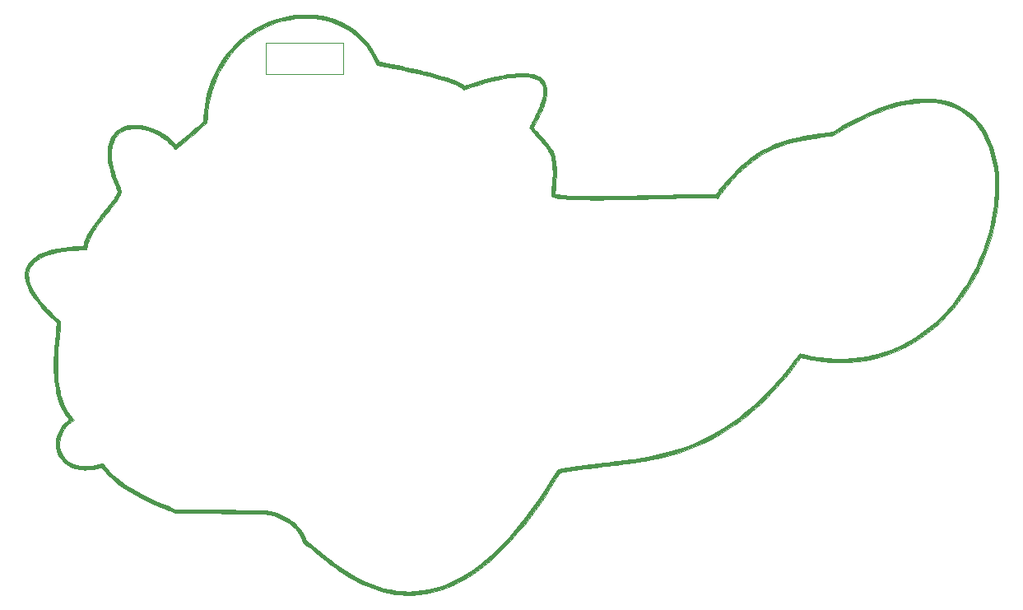
<source format=gbr>
G04 #@! TF.FileFunction,Profile,NP*
%FSLAX46Y46*%
G04 Gerber Fmt 4.6, Leading zero omitted, Abs format (unit mm)*
G04 Created by KiCad (PCBNEW (2015-04-17 BZR 5609)-product) date Sunday, 21 June 2015 08:11:59 pm*
%MOMM*%
G01*
G04 APERTURE LIST*
%ADD10C,0.100000*%
G04 APERTURE END LIST*
D10*
X140360400Y-78790800D02*
X132435600Y-78790800D01*
X140360400Y-81991200D02*
X140360400Y-78790800D01*
X132435600Y-81991200D02*
X140360400Y-81991200D01*
X132435600Y-78790800D02*
X132435600Y-81991200D01*
G36*
X207797553Y-93763204D02*
X207771070Y-94537362D01*
X207707832Y-95324685D01*
X207607824Y-96122714D01*
X207471030Y-96928992D01*
X207440671Y-97071008D01*
X207440671Y-93323713D01*
X207435065Y-92978346D01*
X207422174Y-92664615D01*
X207404359Y-92419619D01*
X207316439Y-91668503D01*
X207194633Y-90955227D01*
X207038896Y-90279675D01*
X206849182Y-89641731D01*
X206625444Y-89041278D01*
X206367636Y-88478200D01*
X206075712Y-87952381D01*
X205749626Y-87463704D01*
X205389332Y-87012053D01*
X205163369Y-86765667D01*
X204757618Y-86380858D01*
X204325086Y-86039099D01*
X203866166Y-85740457D01*
X203381253Y-85485003D01*
X202870740Y-85272805D01*
X202335022Y-85103933D01*
X201774494Y-84978456D01*
X201189548Y-84896443D01*
X200580580Y-84857962D01*
X199947983Y-84863084D01*
X199292152Y-84911876D01*
X198613480Y-85004409D01*
X197912362Y-85140751D01*
X197189192Y-85320971D01*
X197086636Y-85349587D01*
X196355777Y-85575186D01*
X195602502Y-85845050D01*
X194828239Y-86158531D01*
X194034416Y-86514979D01*
X193222461Y-86913747D01*
X192393802Y-87354185D01*
X191549868Y-87835644D01*
X191343731Y-87958111D01*
X190860535Y-88247380D01*
X190517405Y-88300853D01*
X190403055Y-88318312D01*
X190248270Y-88341413D01*
X190062969Y-88368703D01*
X189857071Y-88398731D01*
X189640496Y-88430046D01*
X189423162Y-88461196D01*
X189373373Y-88468289D01*
X188789569Y-88554491D01*
X188251780Y-88640809D01*
X187755182Y-88728532D01*
X187294952Y-88818953D01*
X186866269Y-88913361D01*
X186464308Y-89013047D01*
X186084248Y-89119303D01*
X185721265Y-89233419D01*
X185370537Y-89356686D01*
X185027240Y-89490394D01*
X184686552Y-89635834D01*
X184343650Y-89794297D01*
X184250150Y-89839439D01*
X183669213Y-90143405D01*
X183107980Y-90480678D01*
X182561758Y-90854691D01*
X182025853Y-91268875D01*
X181495572Y-91726663D01*
X180966220Y-92231487D01*
X180932132Y-92265609D01*
X180336055Y-92895192D01*
X179767541Y-93558359D01*
X179236557Y-94243312D01*
X179088789Y-94447464D01*
X178885385Y-94733082D01*
X178631131Y-94714138D01*
X178534589Y-94709258D01*
X178392428Y-94705331D01*
X178209870Y-94702335D01*
X177992138Y-94700246D01*
X177744454Y-94699042D01*
X177472040Y-94698701D01*
X177180120Y-94699200D01*
X176873914Y-94700517D01*
X176558647Y-94702629D01*
X176239540Y-94705513D01*
X175921815Y-94709148D01*
X175610695Y-94713510D01*
X175311403Y-94718577D01*
X175029161Y-94724327D01*
X174769190Y-94730736D01*
X174766466Y-94730811D01*
X174486038Y-94738431D01*
X174174199Y-94746841D01*
X173845587Y-94755649D01*
X173514836Y-94764466D01*
X173196581Y-94772900D01*
X172905457Y-94780562D01*
X172745145Y-94784749D01*
X172472186Y-94791873D01*
X172167714Y-94799859D01*
X171846962Y-94808302D01*
X171525161Y-94816802D01*
X171217543Y-94824957D01*
X170939340Y-94832364D01*
X170838238Y-94835067D01*
X169924653Y-94857905D01*
X169061330Y-94876139D01*
X168247890Y-94889760D01*
X167483954Y-94898758D01*
X166769140Y-94903124D01*
X166103068Y-94902849D01*
X165485360Y-94897922D01*
X164915634Y-94888334D01*
X164393511Y-94874076D01*
X163918611Y-94855137D01*
X163490554Y-94831510D01*
X163108959Y-94803183D01*
X162773447Y-94770147D01*
X162483638Y-94732394D01*
X162239151Y-94689912D01*
X162039607Y-94642693D01*
X161939339Y-94611401D01*
X161799499Y-94562440D01*
X161802378Y-94399989D01*
X161805543Y-94321706D01*
X161812556Y-94204437D01*
X161822611Y-94059832D01*
X161834905Y-93899544D01*
X161846963Y-93754454D01*
X161887110Y-93248031D01*
X161915751Y-92787559D01*
X161932612Y-92369392D01*
X161937418Y-91989885D01*
X161929896Y-91645395D01*
X161909772Y-91332275D01*
X161876772Y-91046882D01*
X161830622Y-90785570D01*
X161771048Y-90544695D01*
X161697776Y-90320613D01*
X161610533Y-90109678D01*
X161566062Y-90016916D01*
X161502802Y-89895873D01*
X161434893Y-89778138D01*
X161358662Y-89658947D01*
X161270434Y-89533536D01*
X161166533Y-89397141D01*
X161043287Y-89244998D01*
X160897019Y-89072344D01*
X160724057Y-88874415D01*
X160520724Y-88646446D01*
X160438851Y-88555517D01*
X160216472Y-88308564D01*
X160027397Y-88097551D01*
X159870405Y-87921080D01*
X159744278Y-87777754D01*
X159647796Y-87666176D01*
X159579740Y-87584949D01*
X159538890Y-87532675D01*
X159524028Y-87507958D01*
X159523924Y-87507019D01*
X159535075Y-87480279D01*
X159566755Y-87413648D01*
X159616301Y-87312490D01*
X159681051Y-87182171D01*
X159758343Y-87028055D01*
X159845516Y-86855505D01*
X159918247Y-86712376D01*
X160076679Y-86399143D01*
X160213035Y-86124351D01*
X160330011Y-85882034D01*
X160430305Y-85666225D01*
X160516612Y-85470956D01*
X160591628Y-85290260D01*
X160658051Y-85118171D01*
X160718576Y-84948720D01*
X160729106Y-84917879D01*
X160843865Y-84540866D01*
X160920892Y-84196738D01*
X160960114Y-83884212D01*
X160961458Y-83602003D01*
X160924850Y-83348826D01*
X160850216Y-83123396D01*
X160737484Y-82924429D01*
X160606331Y-82769834D01*
X160431292Y-82622597D01*
X160227062Y-82501129D01*
X159990645Y-82404581D01*
X159719047Y-82332103D01*
X159409271Y-82282845D01*
X159058323Y-82255957D01*
X158773874Y-82249967D01*
X158343943Y-82261839D01*
X157882283Y-82298606D01*
X157387584Y-82360543D01*
X156858536Y-82447924D01*
X156293827Y-82561022D01*
X155692148Y-82700113D01*
X155052188Y-82865470D01*
X154372637Y-83057367D01*
X153652185Y-83276079D01*
X153234472Y-83409048D01*
X152729305Y-83572348D01*
X152602936Y-83443969D01*
X152486903Y-83347571D01*
X152322766Y-83244421D01*
X152112689Y-83135450D01*
X151858835Y-83021591D01*
X151563367Y-82903777D01*
X151228450Y-82782939D01*
X150856245Y-82660010D01*
X150599600Y-82580709D01*
X150175916Y-82457452D01*
X149706622Y-82329073D01*
X149196575Y-82196679D01*
X148650633Y-82061372D01*
X148073654Y-81924257D01*
X147470495Y-81786438D01*
X146846015Y-81649020D01*
X146205072Y-81513107D01*
X145552522Y-81379802D01*
X144893225Y-81250211D01*
X144232037Y-81125437D01*
X144052553Y-81092485D01*
X143823724Y-81050730D01*
X143725132Y-80817407D01*
X143584892Y-80512371D01*
X143415202Y-80187447D01*
X143224467Y-79856698D01*
X143021095Y-79534185D01*
X142813492Y-79233973D01*
X142650902Y-79020420D01*
X142572376Y-78926636D01*
X142468547Y-78808828D01*
X142350148Y-78678850D01*
X142227909Y-78548557D01*
X142159216Y-78477245D01*
X141714306Y-78056205D01*
X141241450Y-77677639D01*
X140740640Y-77341541D01*
X140211868Y-77047909D01*
X139655127Y-76796738D01*
X139070408Y-76588025D01*
X138457703Y-76421766D01*
X137817006Y-76297957D01*
X137530029Y-76257407D01*
X137334132Y-76238248D01*
X137099670Y-76224331D01*
X136838658Y-76215647D01*
X136563110Y-76212189D01*
X136285040Y-76213950D01*
X136016462Y-76220923D01*
X135769391Y-76233100D01*
X135555842Y-76250473D01*
X135484184Y-76258663D01*
X134805771Y-76364108D01*
X134157471Y-76506104D01*
X133531847Y-76686910D01*
X132921464Y-76908786D01*
X132318888Y-77173989D01*
X132075289Y-77294280D01*
X131492729Y-77615024D01*
X130938833Y-77970314D01*
X130408813Y-78363783D01*
X129897882Y-78799064D01*
X129401253Y-79279791D01*
X129248207Y-79439939D01*
X128789662Y-79965262D01*
X128367475Y-80524697D01*
X127982672Y-81115788D01*
X127636280Y-81736077D01*
X127329323Y-82383106D01*
X127062826Y-83054418D01*
X126837817Y-83747555D01*
X126655319Y-84460061D01*
X126516360Y-85189478D01*
X126421964Y-85933347D01*
X126393810Y-86279379D01*
X126383400Y-86432097D01*
X126373033Y-86579999D01*
X126363661Y-86709791D01*
X126356236Y-86808176D01*
X126353763Y-86838904D01*
X126341022Y-86991622D01*
X126145336Y-87166741D01*
X125945319Y-87344614D01*
X125731401Y-87532812D01*
X125506867Y-87728583D01*
X125275004Y-87929178D01*
X125039097Y-88131845D01*
X124802432Y-88333835D01*
X124568294Y-88532396D01*
X124339969Y-88724779D01*
X124120742Y-88908233D01*
X123913900Y-89080007D01*
X123722728Y-89237351D01*
X123550511Y-89377514D01*
X123400535Y-89497747D01*
X123276086Y-89595297D01*
X123180450Y-89667415D01*
X123116911Y-89711351D01*
X123089897Y-89724524D01*
X123063205Y-89705420D01*
X123027039Y-89659394D01*
X123026517Y-89658600D01*
X122984089Y-89604308D01*
X122911857Y-89522899D01*
X122817253Y-89421886D01*
X122707708Y-89308783D01*
X122590654Y-89191103D01*
X122473522Y-89076361D01*
X122363745Y-88972069D01*
X122268754Y-88885741D01*
X122224825Y-88848076D01*
X121858124Y-88567535D01*
X121473771Y-88318784D01*
X121076294Y-88103133D01*
X120670224Y-87921891D01*
X120260088Y-87776369D01*
X119850418Y-87667878D01*
X119445741Y-87597728D01*
X119050587Y-87567229D01*
X118669486Y-87577692D01*
X118306966Y-87630427D01*
X118148957Y-87668891D01*
X117827869Y-87782259D01*
X117538339Y-87935122D01*
X117281764Y-88126031D01*
X117059541Y-88353537D01*
X116873069Y-88616194D01*
X116723745Y-88912553D01*
X116612967Y-89241166D01*
X116606303Y-89266866D01*
X116557713Y-89488604D01*
X116526095Y-89710828D01*
X116510186Y-89947838D01*
X116508723Y-90213935D01*
X116512004Y-90334734D01*
X116541083Y-90747878D01*
X116600468Y-91172679D01*
X116691224Y-91613167D01*
X116814414Y-92073373D01*
X116971103Y-92557327D01*
X117162355Y-93069059D01*
X117359356Y-93543859D01*
X117427579Y-93705283D01*
X117475355Y-93830986D01*
X117504236Y-93931093D01*
X117515773Y-94015729D01*
X117511520Y-94095020D01*
X117493029Y-94179089D01*
X117468756Y-94257408D01*
X117428068Y-94365751D01*
X117373806Y-94484017D01*
X117304012Y-94615054D01*
X117216725Y-94761710D01*
X117109986Y-94926834D01*
X116981837Y-95113273D01*
X116830317Y-95323877D01*
X116653467Y-95561493D01*
X116449328Y-95828970D01*
X116215940Y-96129157D01*
X115951344Y-96464901D01*
X115942702Y-96475806D01*
X115687388Y-96799567D01*
X115462136Y-97088983D01*
X115263956Y-97348352D01*
X115089856Y-97581974D01*
X114936847Y-97794148D01*
X114801938Y-97989171D01*
X114682139Y-98171344D01*
X114574459Y-98344964D01*
X114475907Y-98514331D01*
X114383494Y-98683743D01*
X114316061Y-98814114D01*
X114200612Y-99055170D01*
X114114106Y-99267956D01*
X114053044Y-99463365D01*
X114013932Y-99652287D01*
X113995612Y-99812240D01*
X113980041Y-100014158D01*
X113468649Y-100031630D01*
X112795240Y-100066126D01*
X112160810Y-100122137D01*
X111566353Y-100199433D01*
X111012863Y-100297782D01*
X110501335Y-100416955D01*
X110032764Y-100556722D01*
X109608143Y-100716852D01*
X109228467Y-100897115D01*
X108909331Y-101087457D01*
X108699068Y-101245555D01*
X108505955Y-101424584D01*
X108339306Y-101614557D01*
X108208434Y-101805485D01*
X108165645Y-101885049D01*
X108079640Y-102080665D01*
X108024351Y-102260482D01*
X107994947Y-102445064D01*
X107986587Y-102647054D01*
X108006477Y-102946036D01*
X108066822Y-103254198D01*
X108168635Y-103574229D01*
X108312927Y-103908818D01*
X108500712Y-104260652D01*
X108733001Y-104632419D01*
X108735745Y-104636536D01*
X108903759Y-104880632D01*
X109079958Y-105120422D01*
X109267968Y-105359902D01*
X109471417Y-105603071D01*
X109693933Y-105853926D01*
X109939142Y-106116464D01*
X110210671Y-106394683D01*
X110512148Y-106692579D01*
X110847201Y-107014151D01*
X111159346Y-107307450D01*
X111297083Y-107435822D01*
X111219129Y-108146489D01*
X111141440Y-108895256D01*
X111077912Y-109597972D01*
X111028564Y-110257431D01*
X110993417Y-110876429D01*
X110972491Y-111457760D01*
X110965806Y-112004219D01*
X110973383Y-112518600D01*
X110995242Y-113003698D01*
X111031403Y-113462308D01*
X111081887Y-113897224D01*
X111146714Y-114311241D01*
X111225904Y-114707154D01*
X111268170Y-114888096D01*
X111407512Y-115386335D01*
X111573486Y-115845812D01*
X111769355Y-116272928D01*
X111998378Y-116674081D01*
X112263820Y-117055673D01*
X112549632Y-117402453D01*
X112664581Y-117531933D01*
X112460769Y-117689916D01*
X112144888Y-117962829D01*
X111869290Y-118259703D01*
X111636186Y-118577422D01*
X111447789Y-118912868D01*
X111306313Y-119262923D01*
X111276933Y-119357857D01*
X111231213Y-119563838D01*
X111202379Y-119797310D01*
X111191702Y-120037587D01*
X111200454Y-120263983D01*
X111214274Y-120376730D01*
X111291256Y-120702618D01*
X111412035Y-121004624D01*
X111574549Y-121280833D01*
X111776737Y-121529331D01*
X112016537Y-121748207D01*
X112291886Y-121935545D01*
X112600721Y-122089434D01*
X112940982Y-122207959D01*
X113267703Y-122282002D01*
X113419085Y-122300979D01*
X113606583Y-122313063D01*
X113815929Y-122318246D01*
X114032856Y-122316517D01*
X114243096Y-122307868D01*
X114432382Y-122292289D01*
X114508393Y-122282806D01*
X114656453Y-122260848D01*
X114782417Y-122239488D01*
X114900473Y-122215605D01*
X115024808Y-122186075D01*
X115169609Y-122147777D01*
X115345655Y-122098555D01*
X115497001Y-122057883D01*
X115604773Y-122033986D01*
X115667458Y-122027157D01*
X115683912Y-122033216D01*
X115701186Y-122064931D01*
X115740539Y-122128659D01*
X115795602Y-122214271D01*
X115842807Y-122285892D01*
X116063528Y-122583535D01*
X116333126Y-122887424D01*
X116650159Y-123196494D01*
X117013182Y-123509677D01*
X117420751Y-123825905D01*
X117871422Y-124144113D01*
X118363751Y-124463233D01*
X118896295Y-124782197D01*
X119467609Y-125099940D01*
X120076249Y-125415393D01*
X120081402Y-125417974D01*
X120474041Y-125609708D01*
X120899517Y-125808834D01*
X121343058Y-126008829D01*
X121789892Y-126203169D01*
X122225246Y-126385333D01*
X122634348Y-126548797D01*
X122699544Y-126573996D01*
X123133935Y-126740996D01*
X123957008Y-126756042D01*
X124087439Y-126758237D01*
X124264645Y-126760923D01*
X124484552Y-126764049D01*
X124743088Y-126767565D01*
X125036178Y-126771418D01*
X125359749Y-126775559D01*
X125709728Y-126779936D01*
X126082042Y-126784499D01*
X126472618Y-126789195D01*
X126877381Y-126793974D01*
X127292259Y-126798786D01*
X127713179Y-126803578D01*
X128072673Y-126807599D01*
X128622737Y-126813711D01*
X129124398Y-126819338D01*
X129580099Y-126824547D01*
X129992285Y-126829407D01*
X130363400Y-126833986D01*
X130695889Y-126838350D01*
X130992195Y-126842567D01*
X131254763Y-126846705D01*
X131486036Y-126850833D01*
X131688460Y-126855016D01*
X131864479Y-126859324D01*
X132016536Y-126863823D01*
X132147076Y-126868581D01*
X132258544Y-126873667D01*
X132353383Y-126879147D01*
X132434037Y-126885090D01*
X132502951Y-126891563D01*
X132562570Y-126898633D01*
X132615336Y-126906368D01*
X132663696Y-126914837D01*
X132710092Y-126924106D01*
X132756969Y-126934244D01*
X132772538Y-126937697D01*
X133269169Y-127067012D01*
X133745095Y-127228530D01*
X134196171Y-127419985D01*
X134618255Y-127639113D01*
X135007204Y-127883648D01*
X135358876Y-128151326D01*
X135669126Y-128439880D01*
X135816762Y-128602156D01*
X136010899Y-128847843D01*
X136185662Y-129105811D01*
X136335142Y-129365845D01*
X136453426Y-129617730D01*
X136529904Y-129834499D01*
X136562541Y-129931697D01*
X136597625Y-129993142D01*
X136643992Y-130033530D01*
X136652776Y-130038861D01*
X136707570Y-130072736D01*
X136772663Y-130116877D01*
X136851293Y-130173842D01*
X136946699Y-130246189D01*
X137062119Y-130336475D01*
X137200792Y-130447257D01*
X137365955Y-130581093D01*
X137560846Y-130740541D01*
X137788705Y-130928157D01*
X138001301Y-131103890D01*
X138287741Y-131340150D01*
X138541980Y-131547945D01*
X138770215Y-131732152D01*
X138978639Y-131897646D01*
X139173449Y-132049304D01*
X139360840Y-132192001D01*
X139547006Y-132330614D01*
X139723992Y-132459786D01*
X140430660Y-132949508D01*
X141129223Y-133389820D01*
X141821028Y-133781276D01*
X142507423Y-134124430D01*
X143189756Y-134419836D01*
X143869373Y-134668048D01*
X144547622Y-134869622D01*
X145225850Y-135025111D01*
X145905405Y-135135069D01*
X146340841Y-135181736D01*
X146522714Y-135193521D01*
X146740884Y-135201508D01*
X146980937Y-135205676D01*
X147228460Y-135206006D01*
X147469039Y-135202478D01*
X147688261Y-135195074D01*
X147871338Y-135183803D01*
X148541339Y-135107566D01*
X149203302Y-134989429D01*
X149858865Y-134828617D01*
X150509666Y-134624359D01*
X151157343Y-134375882D01*
X151803534Y-134082411D01*
X152449877Y-133743175D01*
X153098011Y-133357400D01*
X153749574Y-132924314D01*
X154406204Y-132443142D01*
X155069540Y-131913113D01*
X155405005Y-131628870D01*
X155535877Y-131512449D01*
X155695560Y-131364755D01*
X155878147Y-131191673D01*
X156077730Y-130999084D01*
X156288402Y-130792871D01*
X156504256Y-130578917D01*
X156719385Y-130363104D01*
X156927882Y-130151315D01*
X157123839Y-129949433D01*
X157301349Y-129763340D01*
X157454506Y-129598919D01*
X157552916Y-129489889D01*
X158283233Y-128636934D01*
X159007323Y-127735083D01*
X159723955Y-126786046D01*
X160431903Y-125791529D01*
X161129939Y-124753244D01*
X161816834Y-123672897D01*
X162271944Y-122923476D01*
X162337184Y-122818067D01*
X162396467Y-122729572D01*
X162443526Y-122666865D01*
X162472095Y-122638822D01*
X162473252Y-122638382D01*
X162523493Y-122626641D01*
X162616325Y-122608173D01*
X162744131Y-122584298D01*
X162899293Y-122556337D01*
X163074192Y-122525609D01*
X163261211Y-122493433D01*
X163452730Y-122461130D01*
X163641132Y-122430018D01*
X163818799Y-122401418D01*
X163978112Y-122376649D01*
X164024224Y-122369711D01*
X164206301Y-122342716D01*
X164375502Y-122317985D01*
X164536907Y-122294874D01*
X164695595Y-122272740D01*
X164856645Y-122250941D01*
X165025137Y-122228834D01*
X165206151Y-122205776D01*
X165404766Y-122181125D01*
X165626060Y-122154237D01*
X165875115Y-122124471D01*
X166157009Y-122091182D01*
X166476821Y-122053729D01*
X166839632Y-122011469D01*
X167031179Y-121989214D01*
X167546337Y-121929127D01*
X168015064Y-121873829D01*
X168441500Y-121822746D01*
X168829781Y-121775303D01*
X169184045Y-121730927D01*
X169508431Y-121689043D01*
X169807074Y-121649077D01*
X170084114Y-121610454D01*
X170343687Y-121572600D01*
X170589931Y-121534941D01*
X170826985Y-121496902D01*
X171058984Y-121457910D01*
X171290068Y-121417390D01*
X171524373Y-121374767D01*
X171715415Y-121339053D01*
X172733521Y-121128419D01*
X173712570Y-120888011D01*
X174655655Y-120616508D01*
X175565864Y-120312588D01*
X176446286Y-119974931D01*
X177300013Y-119602217D01*
X178130133Y-119193125D01*
X178939737Y-118746333D01*
X179731913Y-118260521D01*
X180509752Y-117734369D01*
X181021121Y-117361101D01*
X181806298Y-116743798D01*
X182583589Y-116078309D01*
X183350735Y-115366986D01*
X184105478Y-114612182D01*
X184845556Y-113816249D01*
X185568713Y-112981539D01*
X186272688Y-112110405D01*
X186955222Y-111205200D01*
X187024237Y-111110091D01*
X187113636Y-110988975D01*
X187194940Y-110883552D01*
X187262845Y-110800326D01*
X187312047Y-110745802D01*
X187337063Y-110726482D01*
X187373442Y-110731942D01*
X187449558Y-110747347D01*
X187555741Y-110770611D01*
X187682321Y-110799650D01*
X187743870Y-110814168D01*
X188582461Y-110991297D01*
X189425393Y-111125331D01*
X190268520Y-111216170D01*
X191107694Y-111263715D01*
X191938767Y-111267865D01*
X192757594Y-111228522D01*
X193560026Y-111145586D01*
X194341915Y-111018956D01*
X194547447Y-110977581D01*
X195367540Y-110779705D01*
X196170869Y-110534183D01*
X196956537Y-110241682D01*
X197723649Y-109902867D01*
X198471309Y-109518406D01*
X199198620Y-109088963D01*
X199904686Y-108615204D01*
X200588612Y-108097797D01*
X201249500Y-107537407D01*
X201886455Y-106934700D01*
X202498581Y-106290342D01*
X203084982Y-105605000D01*
X203644761Y-104879339D01*
X204177022Y-104114025D01*
X204532209Y-103555955D01*
X205013318Y-102725472D01*
X205455700Y-101866911D01*
X205857865Y-100984550D01*
X206218324Y-100082670D01*
X206535586Y-99165548D01*
X206808162Y-98237465D01*
X207034563Y-97302698D01*
X207213297Y-96365527D01*
X207333898Y-95508808D01*
X207367285Y-95180426D01*
X207394736Y-94824592D01*
X207416024Y-94451157D01*
X207430926Y-94069967D01*
X207439216Y-93690869D01*
X207440671Y-93323713D01*
X207440671Y-97071008D01*
X207297434Y-97741059D01*
X207087021Y-98556458D01*
X206839774Y-99372730D01*
X206760022Y-99612681D01*
X206427286Y-100524356D01*
X206055891Y-101412608D01*
X205647191Y-102275612D01*
X205202542Y-103111545D01*
X204723299Y-103918583D01*
X204210817Y-104694902D01*
X203666450Y-105438679D01*
X203091554Y-106148089D01*
X202487484Y-106821310D01*
X201855595Y-107456516D01*
X201197242Y-108051885D01*
X200513780Y-108605592D01*
X199806563Y-109115814D01*
X199594394Y-109257234D01*
X198857355Y-109709855D01*
X198102887Y-110114792D01*
X197331537Y-110471931D01*
X196543850Y-110781157D01*
X195740371Y-111042355D01*
X194921646Y-111255409D01*
X194088221Y-111420205D01*
X193240642Y-111536628D01*
X192379453Y-111604562D01*
X191505201Y-111623894D01*
X190618431Y-111594507D01*
X189719689Y-111516286D01*
X189195395Y-111448821D01*
X189055702Y-111427377D01*
X188887709Y-111399407D01*
X188700012Y-111366549D01*
X188501206Y-111330441D01*
X188299888Y-111292719D01*
X188104653Y-111255024D01*
X187924098Y-111218991D01*
X187766819Y-111186260D01*
X187641411Y-111158468D01*
X187556470Y-111137253D01*
X187549056Y-111135124D01*
X187466381Y-111110832D01*
X187064376Y-111649360D01*
X186625736Y-112227142D01*
X186199310Y-112767915D01*
X185776851Y-113281219D01*
X185350110Y-113776595D01*
X184910837Y-114263587D01*
X184450784Y-114751735D01*
X183961703Y-115250580D01*
X183884040Y-115328203D01*
X183377850Y-115822820D01*
X182888875Y-116279445D01*
X182409549Y-116704489D01*
X181932306Y-117104364D01*
X181449579Y-117485480D01*
X180953802Y-117854250D01*
X180639740Y-118077270D01*
X179871526Y-118590830D01*
X179092506Y-119065637D01*
X178299245Y-119503060D01*
X177488305Y-119904468D01*
X176656249Y-120271229D01*
X175799639Y-120604711D01*
X174915039Y-120906283D01*
X173999012Y-121177313D01*
X173048120Y-121419170D01*
X172058927Y-121633222D01*
X171395713Y-121757752D01*
X171125884Y-121804612D01*
X170854470Y-121849739D01*
X170576862Y-121893756D01*
X170288452Y-121937287D01*
X169984632Y-121980956D01*
X169660791Y-122025385D01*
X169312323Y-122071199D01*
X168934618Y-122119020D01*
X168523067Y-122169472D01*
X168073061Y-122223179D01*
X167579993Y-122280764D01*
X167240541Y-122319846D01*
X166787186Y-122372061D01*
X166379255Y-122419648D01*
X166011594Y-122463249D01*
X165679051Y-122503507D01*
X165376471Y-122541066D01*
X165098703Y-122576567D01*
X164840592Y-122610655D01*
X164596985Y-122643971D01*
X164362729Y-122677160D01*
X164278478Y-122689377D01*
X164122791Y-122712650D01*
X163948736Y-122739620D01*
X163763030Y-122769152D01*
X163572391Y-122800111D01*
X163383536Y-122831362D01*
X163203182Y-122861771D01*
X163038047Y-122890202D01*
X162894848Y-122915521D01*
X162780302Y-122936592D01*
X162701127Y-122952281D01*
X162664040Y-122961453D01*
X162662219Y-122962455D01*
X162648218Y-122984872D01*
X162611510Y-123044728D01*
X162555775Y-123135991D01*
X162484694Y-123252632D01*
X162401945Y-123388619D01*
X162340631Y-123489489D01*
X161673893Y-124559463D01*
X161003160Y-125581350D01*
X160328653Y-126554889D01*
X159650590Y-127479820D01*
X158969191Y-128355883D01*
X158284673Y-129182819D01*
X157597256Y-129960366D01*
X156907158Y-130688266D01*
X156214599Y-131366258D01*
X155519798Y-131994081D01*
X154822973Y-132571477D01*
X154461384Y-132850587D01*
X153771079Y-133343840D01*
X153076110Y-133788236D01*
X152377048Y-134183585D01*
X151674459Y-134529699D01*
X150968912Y-134826389D01*
X150260976Y-135073468D01*
X149551219Y-135270745D01*
X148840209Y-135418032D01*
X148128515Y-135515141D01*
X147416704Y-135561884D01*
X146705345Y-135558070D01*
X146366266Y-135538381D01*
X145683170Y-135462659D01*
X144991976Y-135337980D01*
X144295028Y-135165154D01*
X143594668Y-134944991D01*
X142893238Y-134678301D01*
X142193083Y-134365895D01*
X141496543Y-134008583D01*
X140836236Y-133625781D01*
X140517756Y-133427069D01*
X140208807Y-133226810D01*
X139904029Y-133021043D01*
X139598063Y-132805802D01*
X139285548Y-132577123D01*
X138961124Y-132331043D01*
X138619433Y-132063599D01*
X138255113Y-131770824D01*
X137862806Y-131448757D01*
X137625102Y-131250961D01*
X137332798Y-131008489D01*
X137076647Y-130799802D01*
X136856852Y-130625059D01*
X136673615Y-130484417D01*
X136527138Y-130378032D01*
X136417623Y-130306062D01*
X136387105Y-130288510D01*
X136310480Y-130241818D01*
X136268243Y-130198860D01*
X136247357Y-130145026D01*
X136243929Y-130128079D01*
X136188420Y-129917545D01*
X136097067Y-129686886D01*
X135975263Y-129445729D01*
X135828404Y-129203702D01*
X135661882Y-128970431D01*
X135481094Y-128755543D01*
X135465317Y-128738514D01*
X135176663Y-128462665D01*
X134844785Y-128205142D01*
X134474866Y-127968689D01*
X134072086Y-127756049D01*
X133641627Y-127569965D01*
X133188671Y-127413183D01*
X132733301Y-127291829D01*
X132678618Y-127279562D01*
X132625774Y-127268544D01*
X132571762Y-127258673D01*
X132513576Y-127249845D01*
X132448208Y-127241958D01*
X132372653Y-127234908D01*
X132283903Y-127228594D01*
X132178952Y-127222910D01*
X132054793Y-127217756D01*
X131908419Y-127213028D01*
X131736824Y-127208623D01*
X131537002Y-127204437D01*
X131305945Y-127200369D01*
X131040646Y-127196315D01*
X130738100Y-127192172D01*
X130395299Y-127187838D01*
X130009237Y-127183209D01*
X129576907Y-127178182D01*
X129331231Y-127175359D01*
X128933645Y-127170759D01*
X128501812Y-127165692D01*
X128045540Y-127160276D01*
X127574637Y-127154630D01*
X127098909Y-127148874D01*
X126628166Y-127143126D01*
X126172215Y-127137506D01*
X125740864Y-127132132D01*
X125343920Y-127127123D01*
X125099945Y-127124004D01*
X123080670Y-127098019D01*
X122735380Y-126967960D01*
X122481379Y-126869856D01*
X122194781Y-126754989D01*
X121888704Y-126628867D01*
X121576263Y-126496997D01*
X121270578Y-126364888D01*
X120984765Y-126238047D01*
X120839139Y-126171766D01*
X120125572Y-125833031D01*
X119460052Y-125495246D01*
X118839838Y-125156823D01*
X118262192Y-124816173D01*
X117724371Y-124471709D01*
X117223637Y-124121843D01*
X116957285Y-123922106D01*
X116811449Y-123804001D01*
X116647367Y-123661218D01*
X116472712Y-123501302D01*
X116295156Y-123331799D01*
X116122370Y-123160254D01*
X115962026Y-122994212D01*
X115821797Y-122841218D01*
X115709353Y-122708818D01*
X115664290Y-122650450D01*
X115596294Y-122561772D01*
X115537115Y-122491397D01*
X115494188Y-122447776D01*
X115477093Y-122437705D01*
X115441858Y-122445110D01*
X115369219Y-122462403D01*
X115270994Y-122486723D01*
X115194695Y-122506050D01*
X114950620Y-122564497D01*
X114731193Y-122607340D01*
X114517755Y-122637169D01*
X114291650Y-122656576D01*
X114034219Y-122668150D01*
X114025125Y-122668424D01*
X113820813Y-122672733D01*
X113653061Y-122671781D01*
X113507796Y-122665019D01*
X113370947Y-122651900D01*
X113276937Y-122639277D01*
X112890715Y-122560289D01*
X112530559Y-122442219D01*
X112198724Y-122287486D01*
X111897467Y-122098509D01*
X111629041Y-121877707D01*
X111395702Y-121627499D01*
X111199705Y-121350304D01*
X111043305Y-121048541D01*
X110928756Y-120724630D01*
X110858314Y-120380988D01*
X110834234Y-120020036D01*
X110834234Y-120018918D01*
X110859330Y-119641165D01*
X110934324Y-119271601D01*
X111058775Y-118911214D01*
X111232244Y-118560991D01*
X111454290Y-118221919D01*
X111724474Y-117894987D01*
X111831483Y-117782438D01*
X111930469Y-117681465D01*
X112015650Y-117593747D01*
X112081174Y-117525378D01*
X112121185Y-117482455D01*
X112130931Y-117470617D01*
X112116078Y-117448709D01*
X112076846Y-117397897D01*
X112021230Y-117328493D01*
X112011961Y-117317108D01*
X111781798Y-117003351D01*
X111566600Y-116646669D01*
X111369236Y-116253529D01*
X111192574Y-115830399D01*
X111039485Y-115383744D01*
X110912839Y-114920032D01*
X110875496Y-114755855D01*
X110794963Y-114341060D01*
X110729118Y-113909619D01*
X110677952Y-113458550D01*
X110641456Y-112984872D01*
X110619621Y-112485604D01*
X110612437Y-111957763D01*
X110619896Y-111398368D01*
X110641987Y-110804438D01*
X110678703Y-110172992D01*
X110730034Y-109501047D01*
X110795971Y-108785622D01*
X110855435Y-108214748D01*
X110925359Y-107572339D01*
X110479346Y-107154286D01*
X110115371Y-106803297D01*
X109764257Y-106445399D01*
X109432078Y-106087331D01*
X109124904Y-105735833D01*
X108848808Y-105397642D01*
X108609861Y-105079498D01*
X108609791Y-105079399D01*
X108396901Y-104770071D01*
X108217659Y-104484099D01*
X108066952Y-104211919D01*
X107939669Y-103943969D01*
X107830701Y-103670685D01*
X107781977Y-103530530D01*
X107684457Y-103169684D01*
X107635864Y-102822395D01*
X107635903Y-102489516D01*
X107684279Y-102171899D01*
X107780696Y-101870397D01*
X107924859Y-101585864D01*
X108116473Y-101319151D01*
X108355242Y-101071112D01*
X108640871Y-100842598D01*
X108735081Y-100778355D01*
X109095212Y-100567382D01*
X109500827Y-100378160D01*
X109951387Y-100210823D01*
X110446350Y-100065506D01*
X110985174Y-99942342D01*
X111567318Y-99841464D01*
X112192240Y-99763008D01*
X112859400Y-99707105D01*
X113133199Y-99691330D01*
X113287669Y-99683224D01*
X113423545Y-99675540D01*
X113533132Y-99668760D01*
X113608735Y-99663365D01*
X113642657Y-99659835D01*
X113643748Y-99659427D01*
X113650702Y-99633280D01*
X113664701Y-99571550D01*
X113679955Y-99500600D01*
X113725662Y-99315487D01*
X113786700Y-99124962D01*
X113864768Y-98926278D01*
X113961567Y-98716689D01*
X114078796Y-98493448D01*
X114218156Y-98253809D01*
X114381348Y-97995026D01*
X114570070Y-97714352D01*
X114786025Y-97409041D01*
X115030910Y-97076346D01*
X115306428Y-96713522D01*
X115614277Y-96317821D01*
X115781237Y-96106306D01*
X116003386Y-95825183D01*
X116195976Y-95579355D01*
X116361828Y-95364906D01*
X116503759Y-95177922D01*
X116624592Y-95014487D01*
X116727144Y-94870686D01*
X116814236Y-94742604D01*
X116888687Y-94626325D01*
X116953317Y-94517934D01*
X117010947Y-94413517D01*
X117038636Y-94360364D01*
X117090814Y-94256867D01*
X117127209Y-94173980D01*
X117147235Y-94101869D01*
X117150306Y-94030701D01*
X117135838Y-93950643D01*
X117103245Y-93851861D01*
X117051943Y-93724522D01*
X116992477Y-93584826D01*
X116748818Y-92979005D01*
X116546367Y-92396088D01*
X116383679Y-91831291D01*
X116259310Y-91279829D01*
X116207129Y-90983083D01*
X116186957Y-90818466D01*
X116172382Y-90622652D01*
X116163410Y-90407068D01*
X116160049Y-90183142D01*
X116162304Y-89962301D01*
X116170182Y-89755974D01*
X116183689Y-89575587D01*
X116202832Y-89432569D01*
X116206243Y-89414786D01*
X116305121Y-89029597D01*
X116438743Y-88681432D01*
X116607350Y-88369959D01*
X116811183Y-88094848D01*
X117050485Y-87855767D01*
X117325498Y-87652383D01*
X117602521Y-87500164D01*
X117951072Y-87362931D01*
X118323123Y-87269701D01*
X118716555Y-87220554D01*
X119129251Y-87215566D01*
X119559094Y-87254815D01*
X120003965Y-87338378D01*
X120254354Y-87403274D01*
X120721698Y-87560369D01*
X121185784Y-87763778D01*
X121639368Y-88009123D01*
X122075204Y-88292023D01*
X122486047Y-88608100D01*
X122864652Y-88952973D01*
X122933734Y-89022823D01*
X123036459Y-89124354D01*
X123113048Y-89190976D01*
X123161269Y-89220861D01*
X123175276Y-89220706D01*
X123269485Y-89147684D01*
X123396992Y-89045663D01*
X123552671Y-88918947D01*
X123731396Y-88771845D01*
X123928040Y-88608664D01*
X124137478Y-88433712D01*
X124354584Y-88251294D01*
X124574231Y-88065718D01*
X124791294Y-87881293D01*
X125000647Y-87702323D01*
X125197162Y-87533118D01*
X125375716Y-87377983D01*
X125531180Y-87241227D01*
X125532715Y-87239866D01*
X126005671Y-86820304D01*
X126022442Y-86488930D01*
X126066968Y-85912739D01*
X126141862Y-85318439D01*
X126244486Y-84720243D01*
X126372207Y-84132364D01*
X126522389Y-83569015D01*
X126624714Y-83241041D01*
X126876213Y-82550381D01*
X127162735Y-81893466D01*
X127487481Y-81264376D01*
X127853654Y-80657193D01*
X128264454Y-80065996D01*
X128525754Y-79726432D01*
X128666735Y-79557944D01*
X128838495Y-79366124D01*
X129032337Y-79159695D01*
X129239566Y-78947380D01*
X129451484Y-78737904D01*
X129659397Y-78539990D01*
X129854608Y-78362361D01*
X130028421Y-78213741D01*
X130055856Y-78191474D01*
X130654158Y-77741575D01*
X131271230Y-77338909D01*
X131906963Y-76983523D01*
X132561247Y-76675462D01*
X133233974Y-76414773D01*
X133925035Y-76201501D01*
X134634320Y-76035692D01*
X135361721Y-75917392D01*
X135484184Y-75902359D01*
X135708182Y-75881820D01*
X135968801Y-75867393D01*
X136253136Y-75859076D01*
X136548282Y-75856865D01*
X136841332Y-75860757D01*
X137119380Y-75870747D01*
X137369521Y-75886834D01*
X137530931Y-75902884D01*
X138191270Y-76005723D01*
X138828161Y-76152622D01*
X139440389Y-76342722D01*
X140026738Y-76575163D01*
X140585992Y-76849086D01*
X141116936Y-77163633D01*
X141618354Y-77517943D01*
X142089031Y-77911158D01*
X142527750Y-78342418D01*
X142933297Y-78810864D01*
X143304455Y-79315637D01*
X143640009Y-79855878D01*
X143938743Y-80430727D01*
X143939673Y-80432695D01*
X143999068Y-80557401D01*
X144042612Y-80643699D01*
X144076013Y-80699236D01*
X144104981Y-80731659D01*
X144135223Y-80748614D01*
X144172447Y-80757748D01*
X144183826Y-80759760D01*
X144555787Y-80826346D01*
X144968241Y-80904029D01*
X145412502Y-80990968D01*
X145879884Y-81085324D01*
X146361701Y-81185260D01*
X146849268Y-81288936D01*
X147333900Y-81394514D01*
X147806910Y-81500154D01*
X148259612Y-81604017D01*
X148683321Y-81704266D01*
X148935380Y-81765706D01*
X149524535Y-81915162D01*
X150069048Y-82061428D01*
X150568250Y-82204272D01*
X151021472Y-82343462D01*
X151428043Y-82478766D01*
X151787294Y-82609953D01*
X152098555Y-82736792D01*
X152361157Y-82859050D01*
X152574429Y-82976496D01*
X152718951Y-83074291D01*
X152839290Y-83166148D01*
X153187763Y-83052666D01*
X153965238Y-82807967D01*
X154706051Y-82592139D01*
X155409769Y-82405247D01*
X156075958Y-82247358D01*
X156704184Y-82118537D01*
X157294014Y-82018853D01*
X157845014Y-81948369D01*
X158356750Y-81907154D01*
X158828789Y-81895272D01*
X159260697Y-81912791D01*
X159652039Y-81959776D01*
X159944359Y-82020847D01*
X160127847Y-82079187D01*
X160322302Y-82160510D01*
X160510889Y-82256526D01*
X160676773Y-82358945D01*
X160763431Y-82424177D01*
X160854563Y-82510283D01*
X160950795Y-82617299D01*
X161031506Y-82722269D01*
X161032472Y-82723681D01*
X161163336Y-82956336D01*
X161254046Y-83213229D01*
X161304625Y-83495501D01*
X161315093Y-83804295D01*
X161285469Y-84140753D01*
X161215775Y-84506018D01*
X161106032Y-84901233D01*
X161073633Y-85000980D01*
X161005679Y-85196494D01*
X160931512Y-85392522D01*
X160848135Y-85595785D01*
X160752546Y-85812998D01*
X160641748Y-86050881D01*
X160512741Y-86316151D01*
X160362525Y-86615527D01*
X160284852Y-86767765D01*
X159930355Y-87459555D01*
X160153015Y-87710251D01*
X160236847Y-87804307D01*
X160346210Y-87926511D01*
X160472521Y-88067301D01*
X160607198Y-88217114D01*
X160741657Y-88366388D01*
X160791733Y-88421895D01*
X161026803Y-88685625D01*
X161228456Y-88919563D01*
X161400355Y-89128714D01*
X161546163Y-89318083D01*
X161669543Y-89492675D01*
X161774157Y-89657497D01*
X161863669Y-89817553D01*
X161941741Y-89977849D01*
X161959602Y-90017866D01*
X162047992Y-90242676D01*
X162122278Y-90484083D01*
X162182646Y-90745349D01*
X162229280Y-91029736D01*
X162262368Y-91340505D01*
X162282095Y-91680918D01*
X162288646Y-92054237D01*
X162282208Y-92463724D01*
X162262967Y-92912640D01*
X162231109Y-93404248D01*
X162186819Y-93941810D01*
X162184622Y-93966187D01*
X162174575Y-94091663D01*
X162168534Y-94197790D01*
X162166865Y-94274919D01*
X162169932Y-94313404D01*
X162171398Y-94315810D01*
X162214691Y-94329844D01*
X162300524Y-94347336D01*
X162420793Y-94367188D01*
X162567392Y-94388305D01*
X162732215Y-94409589D01*
X162907157Y-94429945D01*
X163084112Y-94448275D01*
X163254975Y-94463483D01*
X163274486Y-94465031D01*
X163517580Y-94482709D01*
X163770880Y-94498411D01*
X164036546Y-94512132D01*
X164316740Y-94523867D01*
X164613623Y-94533609D01*
X164929356Y-94541352D01*
X165266100Y-94547093D01*
X165626016Y-94550823D01*
X166011266Y-94552539D01*
X166424010Y-94552235D01*
X166866409Y-94549904D01*
X167340625Y-94545542D01*
X167848819Y-94539142D01*
X168393152Y-94530699D01*
X168975785Y-94520208D01*
X169598880Y-94507662D01*
X170264596Y-94493057D01*
X170975096Y-94476386D01*
X171732540Y-94457644D01*
X172363764Y-94441416D01*
X172978706Y-94425447D01*
X173545203Y-94410899D01*
X174065639Y-94397728D01*
X174542398Y-94385890D01*
X174977864Y-94375341D01*
X175374422Y-94366037D01*
X175734455Y-94357932D01*
X176060349Y-94350984D01*
X176354487Y-94345147D01*
X176619253Y-94340378D01*
X176857032Y-94336633D01*
X177070208Y-94333866D01*
X177261165Y-94332034D01*
X177432288Y-94331093D01*
X177585961Y-94330999D01*
X177724567Y-94331706D01*
X177850492Y-94333172D01*
X177966120Y-94335352D01*
X178016267Y-94336575D01*
X178191171Y-94341349D01*
X178349649Y-94346051D01*
X178484472Y-94350435D01*
X178588415Y-94354257D01*
X178654252Y-94357272D01*
X178674365Y-94358875D01*
X178697201Y-94341252D01*
X178745285Y-94288712D01*
X178813638Y-94207232D01*
X178897280Y-94102788D01*
X178991230Y-93981353D01*
X179013950Y-93951415D01*
X179553181Y-93266615D01*
X180098102Y-92631370D01*
X180649984Y-92044576D01*
X181210097Y-91505130D01*
X181779713Y-91011928D01*
X182360104Y-90563867D01*
X182952540Y-90159843D01*
X183558293Y-89798752D01*
X184148448Y-89493904D01*
X184553192Y-89308019D01*
X184960838Y-89137684D01*
X185376399Y-88981562D01*
X185804889Y-88838316D01*
X186251321Y-88706609D01*
X186720706Y-88585104D01*
X187218058Y-88472465D01*
X187748389Y-88367355D01*
X188316713Y-88268436D01*
X188928042Y-88174372D01*
X189284384Y-88124227D01*
X189434924Y-88103278D01*
X189619511Y-88076980D01*
X189821926Y-88047681D01*
X190025951Y-88017725D01*
X190199700Y-87991819D01*
X190733634Y-87911489D01*
X191166905Y-87651508D01*
X191801191Y-87281274D01*
X192446312Y-86924718D01*
X193094501Y-86585680D01*
X193737991Y-86268000D01*
X194369015Y-85975519D01*
X194979804Y-85712078D01*
X195534055Y-85492273D01*
X196301898Y-85220487D01*
X197050750Y-84992510D01*
X197780031Y-84808197D01*
X198489163Y-84667399D01*
X199177567Y-84569968D01*
X199844664Y-84515756D01*
X200489874Y-84504617D01*
X201112621Y-84536401D01*
X201712323Y-84610962D01*
X202288403Y-84728152D01*
X202840282Y-84887823D01*
X203367381Y-85089827D01*
X203869122Y-85334017D01*
X204344924Y-85620244D01*
X204794210Y-85948361D01*
X205216401Y-86318221D01*
X205610917Y-86729676D01*
X205977181Y-87182577D01*
X206314612Y-87676778D01*
X206622633Y-88212130D01*
X206688128Y-88338838D01*
X206955119Y-88919187D01*
X207185480Y-89532365D01*
X207379196Y-90175915D01*
X207536251Y-90847378D01*
X207656631Y-91544297D01*
X207740318Y-92264213D01*
X207787297Y-93004668D01*
X207797553Y-93763204D01*
X207797553Y-93763204D01*
X207797553Y-93763204D01*
G37*
X207797553Y-93763204D02*
X207771070Y-94537362D01*
X207707832Y-95324685D01*
X207607824Y-96122714D01*
X207471030Y-96928992D01*
X207440671Y-97071008D01*
X207440671Y-93323713D01*
X207435065Y-92978346D01*
X207422174Y-92664615D01*
X207404359Y-92419619D01*
X207316439Y-91668503D01*
X207194633Y-90955227D01*
X207038896Y-90279675D01*
X206849182Y-89641731D01*
X206625444Y-89041278D01*
X206367636Y-88478200D01*
X206075712Y-87952381D01*
X205749626Y-87463704D01*
X205389332Y-87012053D01*
X205163369Y-86765667D01*
X204757618Y-86380858D01*
X204325086Y-86039099D01*
X203866166Y-85740457D01*
X203381253Y-85485003D01*
X202870740Y-85272805D01*
X202335022Y-85103933D01*
X201774494Y-84978456D01*
X201189548Y-84896443D01*
X200580580Y-84857962D01*
X199947983Y-84863084D01*
X199292152Y-84911876D01*
X198613480Y-85004409D01*
X197912362Y-85140751D01*
X197189192Y-85320971D01*
X197086636Y-85349587D01*
X196355777Y-85575186D01*
X195602502Y-85845050D01*
X194828239Y-86158531D01*
X194034416Y-86514979D01*
X193222461Y-86913747D01*
X192393802Y-87354185D01*
X191549868Y-87835644D01*
X191343731Y-87958111D01*
X190860535Y-88247380D01*
X190517405Y-88300853D01*
X190403055Y-88318312D01*
X190248270Y-88341413D01*
X190062969Y-88368703D01*
X189857071Y-88398731D01*
X189640496Y-88430046D01*
X189423162Y-88461196D01*
X189373373Y-88468289D01*
X188789569Y-88554491D01*
X188251780Y-88640809D01*
X187755182Y-88728532D01*
X187294952Y-88818953D01*
X186866269Y-88913361D01*
X186464308Y-89013047D01*
X186084248Y-89119303D01*
X185721265Y-89233419D01*
X185370537Y-89356686D01*
X185027240Y-89490394D01*
X184686552Y-89635834D01*
X184343650Y-89794297D01*
X184250150Y-89839439D01*
X183669213Y-90143405D01*
X183107980Y-90480678D01*
X182561758Y-90854691D01*
X182025853Y-91268875D01*
X181495572Y-91726663D01*
X180966220Y-92231487D01*
X180932132Y-92265609D01*
X180336055Y-92895192D01*
X179767541Y-93558359D01*
X179236557Y-94243312D01*
X179088789Y-94447464D01*
X178885385Y-94733082D01*
X178631131Y-94714138D01*
X178534589Y-94709258D01*
X178392428Y-94705331D01*
X178209870Y-94702335D01*
X177992138Y-94700246D01*
X177744454Y-94699042D01*
X177472040Y-94698701D01*
X177180120Y-94699200D01*
X176873914Y-94700517D01*
X176558647Y-94702629D01*
X176239540Y-94705513D01*
X175921815Y-94709148D01*
X175610695Y-94713510D01*
X175311403Y-94718577D01*
X175029161Y-94724327D01*
X174769190Y-94730736D01*
X174766466Y-94730811D01*
X174486038Y-94738431D01*
X174174199Y-94746841D01*
X173845587Y-94755649D01*
X173514836Y-94764466D01*
X173196581Y-94772900D01*
X172905457Y-94780562D01*
X172745145Y-94784749D01*
X172472186Y-94791873D01*
X172167714Y-94799859D01*
X171846962Y-94808302D01*
X171525161Y-94816802D01*
X171217543Y-94824957D01*
X170939340Y-94832364D01*
X170838238Y-94835067D01*
X169924653Y-94857905D01*
X169061330Y-94876139D01*
X168247890Y-94889760D01*
X167483954Y-94898758D01*
X166769140Y-94903124D01*
X166103068Y-94902849D01*
X165485360Y-94897922D01*
X164915634Y-94888334D01*
X164393511Y-94874076D01*
X163918611Y-94855137D01*
X163490554Y-94831510D01*
X163108959Y-94803183D01*
X162773447Y-94770147D01*
X162483638Y-94732394D01*
X162239151Y-94689912D01*
X162039607Y-94642693D01*
X161939339Y-94611401D01*
X161799499Y-94562440D01*
X161802378Y-94399989D01*
X161805543Y-94321706D01*
X161812556Y-94204437D01*
X161822611Y-94059832D01*
X161834905Y-93899544D01*
X161846963Y-93754454D01*
X161887110Y-93248031D01*
X161915751Y-92787559D01*
X161932612Y-92369392D01*
X161937418Y-91989885D01*
X161929896Y-91645395D01*
X161909772Y-91332275D01*
X161876772Y-91046882D01*
X161830622Y-90785570D01*
X161771048Y-90544695D01*
X161697776Y-90320613D01*
X161610533Y-90109678D01*
X161566062Y-90016916D01*
X161502802Y-89895873D01*
X161434893Y-89778138D01*
X161358662Y-89658947D01*
X161270434Y-89533536D01*
X161166533Y-89397141D01*
X161043287Y-89244998D01*
X160897019Y-89072344D01*
X160724057Y-88874415D01*
X160520724Y-88646446D01*
X160438851Y-88555517D01*
X160216472Y-88308564D01*
X160027397Y-88097551D01*
X159870405Y-87921080D01*
X159744278Y-87777754D01*
X159647796Y-87666176D01*
X159579740Y-87584949D01*
X159538890Y-87532675D01*
X159524028Y-87507958D01*
X159523924Y-87507019D01*
X159535075Y-87480279D01*
X159566755Y-87413648D01*
X159616301Y-87312490D01*
X159681051Y-87182171D01*
X159758343Y-87028055D01*
X159845516Y-86855505D01*
X159918247Y-86712376D01*
X160076679Y-86399143D01*
X160213035Y-86124351D01*
X160330011Y-85882034D01*
X160430305Y-85666225D01*
X160516612Y-85470956D01*
X160591628Y-85290260D01*
X160658051Y-85118171D01*
X160718576Y-84948720D01*
X160729106Y-84917879D01*
X160843865Y-84540866D01*
X160920892Y-84196738D01*
X160960114Y-83884212D01*
X160961458Y-83602003D01*
X160924850Y-83348826D01*
X160850216Y-83123396D01*
X160737484Y-82924429D01*
X160606331Y-82769834D01*
X160431292Y-82622597D01*
X160227062Y-82501129D01*
X159990645Y-82404581D01*
X159719047Y-82332103D01*
X159409271Y-82282845D01*
X159058323Y-82255957D01*
X158773874Y-82249967D01*
X158343943Y-82261839D01*
X157882283Y-82298606D01*
X157387584Y-82360543D01*
X156858536Y-82447924D01*
X156293827Y-82561022D01*
X155692148Y-82700113D01*
X155052188Y-82865470D01*
X154372637Y-83057367D01*
X153652185Y-83276079D01*
X153234472Y-83409048D01*
X152729305Y-83572348D01*
X152602936Y-83443969D01*
X152486903Y-83347571D01*
X152322766Y-83244421D01*
X152112689Y-83135450D01*
X151858835Y-83021591D01*
X151563367Y-82903777D01*
X151228450Y-82782939D01*
X150856245Y-82660010D01*
X150599600Y-82580709D01*
X150175916Y-82457452D01*
X149706622Y-82329073D01*
X149196575Y-82196679D01*
X148650633Y-82061372D01*
X148073654Y-81924257D01*
X147470495Y-81786438D01*
X146846015Y-81649020D01*
X146205072Y-81513107D01*
X145552522Y-81379802D01*
X144893225Y-81250211D01*
X144232037Y-81125437D01*
X144052553Y-81092485D01*
X143823724Y-81050730D01*
X143725132Y-80817407D01*
X143584892Y-80512371D01*
X143415202Y-80187447D01*
X143224467Y-79856698D01*
X143021095Y-79534185D01*
X142813492Y-79233973D01*
X142650902Y-79020420D01*
X142572376Y-78926636D01*
X142468547Y-78808828D01*
X142350148Y-78678850D01*
X142227909Y-78548557D01*
X142159216Y-78477245D01*
X141714306Y-78056205D01*
X141241450Y-77677639D01*
X140740640Y-77341541D01*
X140211868Y-77047909D01*
X139655127Y-76796738D01*
X139070408Y-76588025D01*
X138457703Y-76421766D01*
X137817006Y-76297957D01*
X137530029Y-76257407D01*
X137334132Y-76238248D01*
X137099670Y-76224331D01*
X136838658Y-76215647D01*
X136563110Y-76212189D01*
X136285040Y-76213950D01*
X136016462Y-76220923D01*
X135769391Y-76233100D01*
X135555842Y-76250473D01*
X135484184Y-76258663D01*
X134805771Y-76364108D01*
X134157471Y-76506104D01*
X133531847Y-76686910D01*
X132921464Y-76908786D01*
X132318888Y-77173989D01*
X132075289Y-77294280D01*
X131492729Y-77615024D01*
X130938833Y-77970314D01*
X130408813Y-78363783D01*
X129897882Y-78799064D01*
X129401253Y-79279791D01*
X129248207Y-79439939D01*
X128789662Y-79965262D01*
X128367475Y-80524697D01*
X127982672Y-81115788D01*
X127636280Y-81736077D01*
X127329323Y-82383106D01*
X127062826Y-83054418D01*
X126837817Y-83747555D01*
X126655319Y-84460061D01*
X126516360Y-85189478D01*
X126421964Y-85933347D01*
X126393810Y-86279379D01*
X126383400Y-86432097D01*
X126373033Y-86579999D01*
X126363661Y-86709791D01*
X126356236Y-86808176D01*
X126353763Y-86838904D01*
X126341022Y-86991622D01*
X126145336Y-87166741D01*
X125945319Y-87344614D01*
X125731401Y-87532812D01*
X125506867Y-87728583D01*
X125275004Y-87929178D01*
X125039097Y-88131845D01*
X124802432Y-88333835D01*
X124568294Y-88532396D01*
X124339969Y-88724779D01*
X124120742Y-88908233D01*
X123913900Y-89080007D01*
X123722728Y-89237351D01*
X123550511Y-89377514D01*
X123400535Y-89497747D01*
X123276086Y-89595297D01*
X123180450Y-89667415D01*
X123116911Y-89711351D01*
X123089897Y-89724524D01*
X123063205Y-89705420D01*
X123027039Y-89659394D01*
X123026517Y-89658600D01*
X122984089Y-89604308D01*
X122911857Y-89522899D01*
X122817253Y-89421886D01*
X122707708Y-89308783D01*
X122590654Y-89191103D01*
X122473522Y-89076361D01*
X122363745Y-88972069D01*
X122268754Y-88885741D01*
X122224825Y-88848076D01*
X121858124Y-88567535D01*
X121473771Y-88318784D01*
X121076294Y-88103133D01*
X120670224Y-87921891D01*
X120260088Y-87776369D01*
X119850418Y-87667878D01*
X119445741Y-87597728D01*
X119050587Y-87567229D01*
X118669486Y-87577692D01*
X118306966Y-87630427D01*
X118148957Y-87668891D01*
X117827869Y-87782259D01*
X117538339Y-87935122D01*
X117281764Y-88126031D01*
X117059541Y-88353537D01*
X116873069Y-88616194D01*
X116723745Y-88912553D01*
X116612967Y-89241166D01*
X116606303Y-89266866D01*
X116557713Y-89488604D01*
X116526095Y-89710828D01*
X116510186Y-89947838D01*
X116508723Y-90213935D01*
X116512004Y-90334734D01*
X116541083Y-90747878D01*
X116600468Y-91172679D01*
X116691224Y-91613167D01*
X116814414Y-92073373D01*
X116971103Y-92557327D01*
X117162355Y-93069059D01*
X117359356Y-93543859D01*
X117427579Y-93705283D01*
X117475355Y-93830986D01*
X117504236Y-93931093D01*
X117515773Y-94015729D01*
X117511520Y-94095020D01*
X117493029Y-94179089D01*
X117468756Y-94257408D01*
X117428068Y-94365751D01*
X117373806Y-94484017D01*
X117304012Y-94615054D01*
X117216725Y-94761710D01*
X117109986Y-94926834D01*
X116981837Y-95113273D01*
X116830317Y-95323877D01*
X116653467Y-95561493D01*
X116449328Y-95828970D01*
X116215940Y-96129157D01*
X115951344Y-96464901D01*
X115942702Y-96475806D01*
X115687388Y-96799567D01*
X115462136Y-97088983D01*
X115263956Y-97348352D01*
X115089856Y-97581974D01*
X114936847Y-97794148D01*
X114801938Y-97989171D01*
X114682139Y-98171344D01*
X114574459Y-98344964D01*
X114475907Y-98514331D01*
X114383494Y-98683743D01*
X114316061Y-98814114D01*
X114200612Y-99055170D01*
X114114106Y-99267956D01*
X114053044Y-99463365D01*
X114013932Y-99652287D01*
X113995612Y-99812240D01*
X113980041Y-100014158D01*
X113468649Y-100031630D01*
X112795240Y-100066126D01*
X112160810Y-100122137D01*
X111566353Y-100199433D01*
X111012863Y-100297782D01*
X110501335Y-100416955D01*
X110032764Y-100556722D01*
X109608143Y-100716852D01*
X109228467Y-100897115D01*
X108909331Y-101087457D01*
X108699068Y-101245555D01*
X108505955Y-101424584D01*
X108339306Y-101614557D01*
X108208434Y-101805485D01*
X108165645Y-101885049D01*
X108079640Y-102080665D01*
X108024351Y-102260482D01*
X107994947Y-102445064D01*
X107986587Y-102647054D01*
X108006477Y-102946036D01*
X108066822Y-103254198D01*
X108168635Y-103574229D01*
X108312927Y-103908818D01*
X108500712Y-104260652D01*
X108733001Y-104632419D01*
X108735745Y-104636536D01*
X108903759Y-104880632D01*
X109079958Y-105120422D01*
X109267968Y-105359902D01*
X109471417Y-105603071D01*
X109693933Y-105853926D01*
X109939142Y-106116464D01*
X110210671Y-106394683D01*
X110512148Y-106692579D01*
X110847201Y-107014151D01*
X111159346Y-107307450D01*
X111297083Y-107435822D01*
X111219129Y-108146489D01*
X111141440Y-108895256D01*
X111077912Y-109597972D01*
X111028564Y-110257431D01*
X110993417Y-110876429D01*
X110972491Y-111457760D01*
X110965806Y-112004219D01*
X110973383Y-112518600D01*
X110995242Y-113003698D01*
X111031403Y-113462308D01*
X111081887Y-113897224D01*
X111146714Y-114311241D01*
X111225904Y-114707154D01*
X111268170Y-114888096D01*
X111407512Y-115386335D01*
X111573486Y-115845812D01*
X111769355Y-116272928D01*
X111998378Y-116674081D01*
X112263820Y-117055673D01*
X112549632Y-117402453D01*
X112664581Y-117531933D01*
X112460769Y-117689916D01*
X112144888Y-117962829D01*
X111869290Y-118259703D01*
X111636186Y-118577422D01*
X111447789Y-118912868D01*
X111306313Y-119262923D01*
X111276933Y-119357857D01*
X111231213Y-119563838D01*
X111202379Y-119797310D01*
X111191702Y-120037587D01*
X111200454Y-120263983D01*
X111214274Y-120376730D01*
X111291256Y-120702618D01*
X111412035Y-121004624D01*
X111574549Y-121280833D01*
X111776737Y-121529331D01*
X112016537Y-121748207D01*
X112291886Y-121935545D01*
X112600721Y-122089434D01*
X112940982Y-122207959D01*
X113267703Y-122282002D01*
X113419085Y-122300979D01*
X113606583Y-122313063D01*
X113815929Y-122318246D01*
X114032856Y-122316517D01*
X114243096Y-122307868D01*
X114432382Y-122292289D01*
X114508393Y-122282806D01*
X114656453Y-122260848D01*
X114782417Y-122239488D01*
X114900473Y-122215605D01*
X115024808Y-122186075D01*
X115169609Y-122147777D01*
X115345655Y-122098555D01*
X115497001Y-122057883D01*
X115604773Y-122033986D01*
X115667458Y-122027157D01*
X115683912Y-122033216D01*
X115701186Y-122064931D01*
X115740539Y-122128659D01*
X115795602Y-122214271D01*
X115842807Y-122285892D01*
X116063528Y-122583535D01*
X116333126Y-122887424D01*
X116650159Y-123196494D01*
X117013182Y-123509677D01*
X117420751Y-123825905D01*
X117871422Y-124144113D01*
X118363751Y-124463233D01*
X118896295Y-124782197D01*
X119467609Y-125099940D01*
X120076249Y-125415393D01*
X120081402Y-125417974D01*
X120474041Y-125609708D01*
X120899517Y-125808834D01*
X121343058Y-126008829D01*
X121789892Y-126203169D01*
X122225246Y-126385333D01*
X122634348Y-126548797D01*
X122699544Y-126573996D01*
X123133935Y-126740996D01*
X123957008Y-126756042D01*
X124087439Y-126758237D01*
X124264645Y-126760923D01*
X124484552Y-126764049D01*
X124743088Y-126767565D01*
X125036178Y-126771418D01*
X125359749Y-126775559D01*
X125709728Y-126779936D01*
X126082042Y-126784499D01*
X126472618Y-126789195D01*
X126877381Y-126793974D01*
X127292259Y-126798786D01*
X127713179Y-126803578D01*
X128072673Y-126807599D01*
X128622737Y-126813711D01*
X129124398Y-126819338D01*
X129580099Y-126824547D01*
X129992285Y-126829407D01*
X130363400Y-126833986D01*
X130695889Y-126838350D01*
X130992195Y-126842567D01*
X131254763Y-126846705D01*
X131486036Y-126850833D01*
X131688460Y-126855016D01*
X131864479Y-126859324D01*
X132016536Y-126863823D01*
X132147076Y-126868581D01*
X132258544Y-126873667D01*
X132353383Y-126879147D01*
X132434037Y-126885090D01*
X132502951Y-126891563D01*
X132562570Y-126898633D01*
X132615336Y-126906368D01*
X132663696Y-126914837D01*
X132710092Y-126924106D01*
X132756969Y-126934244D01*
X132772538Y-126937697D01*
X133269169Y-127067012D01*
X133745095Y-127228530D01*
X134196171Y-127419985D01*
X134618255Y-127639113D01*
X135007204Y-127883648D01*
X135358876Y-128151326D01*
X135669126Y-128439880D01*
X135816762Y-128602156D01*
X136010899Y-128847843D01*
X136185662Y-129105811D01*
X136335142Y-129365845D01*
X136453426Y-129617730D01*
X136529904Y-129834499D01*
X136562541Y-129931697D01*
X136597625Y-129993142D01*
X136643992Y-130033530D01*
X136652776Y-130038861D01*
X136707570Y-130072736D01*
X136772663Y-130116877D01*
X136851293Y-130173842D01*
X136946699Y-130246189D01*
X137062119Y-130336475D01*
X137200792Y-130447257D01*
X137365955Y-130581093D01*
X137560846Y-130740541D01*
X137788705Y-130928157D01*
X138001301Y-131103890D01*
X138287741Y-131340150D01*
X138541980Y-131547945D01*
X138770215Y-131732152D01*
X138978639Y-131897646D01*
X139173449Y-132049304D01*
X139360840Y-132192001D01*
X139547006Y-132330614D01*
X139723992Y-132459786D01*
X140430660Y-132949508D01*
X141129223Y-133389820D01*
X141821028Y-133781276D01*
X142507423Y-134124430D01*
X143189756Y-134419836D01*
X143869373Y-134668048D01*
X144547622Y-134869622D01*
X145225850Y-135025111D01*
X145905405Y-135135069D01*
X146340841Y-135181736D01*
X146522714Y-135193521D01*
X146740884Y-135201508D01*
X146980937Y-135205676D01*
X147228460Y-135206006D01*
X147469039Y-135202478D01*
X147688261Y-135195074D01*
X147871338Y-135183803D01*
X148541339Y-135107566D01*
X149203302Y-134989429D01*
X149858865Y-134828617D01*
X150509666Y-134624359D01*
X151157343Y-134375882D01*
X151803534Y-134082411D01*
X152449877Y-133743175D01*
X153098011Y-133357400D01*
X153749574Y-132924314D01*
X154406204Y-132443142D01*
X155069540Y-131913113D01*
X155405005Y-131628870D01*
X155535877Y-131512449D01*
X155695560Y-131364755D01*
X155878147Y-131191673D01*
X156077730Y-130999084D01*
X156288402Y-130792871D01*
X156504256Y-130578917D01*
X156719385Y-130363104D01*
X156927882Y-130151315D01*
X157123839Y-129949433D01*
X157301349Y-129763340D01*
X157454506Y-129598919D01*
X157552916Y-129489889D01*
X158283233Y-128636934D01*
X159007323Y-127735083D01*
X159723955Y-126786046D01*
X160431903Y-125791529D01*
X161129939Y-124753244D01*
X161816834Y-123672897D01*
X162271944Y-122923476D01*
X162337184Y-122818067D01*
X162396467Y-122729572D01*
X162443526Y-122666865D01*
X162472095Y-122638822D01*
X162473252Y-122638382D01*
X162523493Y-122626641D01*
X162616325Y-122608173D01*
X162744131Y-122584298D01*
X162899293Y-122556337D01*
X163074192Y-122525609D01*
X163261211Y-122493433D01*
X163452730Y-122461130D01*
X163641132Y-122430018D01*
X163818799Y-122401418D01*
X163978112Y-122376649D01*
X164024224Y-122369711D01*
X164206301Y-122342716D01*
X164375502Y-122317985D01*
X164536907Y-122294874D01*
X164695595Y-122272740D01*
X164856645Y-122250941D01*
X165025137Y-122228834D01*
X165206151Y-122205776D01*
X165404766Y-122181125D01*
X165626060Y-122154237D01*
X165875115Y-122124471D01*
X166157009Y-122091182D01*
X166476821Y-122053729D01*
X166839632Y-122011469D01*
X167031179Y-121989214D01*
X167546337Y-121929127D01*
X168015064Y-121873829D01*
X168441500Y-121822746D01*
X168829781Y-121775303D01*
X169184045Y-121730927D01*
X169508431Y-121689043D01*
X169807074Y-121649077D01*
X170084114Y-121610454D01*
X170343687Y-121572600D01*
X170589931Y-121534941D01*
X170826985Y-121496902D01*
X171058984Y-121457910D01*
X171290068Y-121417390D01*
X171524373Y-121374767D01*
X171715415Y-121339053D01*
X172733521Y-121128419D01*
X173712570Y-120888011D01*
X174655655Y-120616508D01*
X175565864Y-120312588D01*
X176446286Y-119974931D01*
X177300013Y-119602217D01*
X178130133Y-119193125D01*
X178939737Y-118746333D01*
X179731913Y-118260521D01*
X180509752Y-117734369D01*
X181021121Y-117361101D01*
X181806298Y-116743798D01*
X182583589Y-116078309D01*
X183350735Y-115366986D01*
X184105478Y-114612182D01*
X184845556Y-113816249D01*
X185568713Y-112981539D01*
X186272688Y-112110405D01*
X186955222Y-111205200D01*
X187024237Y-111110091D01*
X187113636Y-110988975D01*
X187194940Y-110883552D01*
X187262845Y-110800326D01*
X187312047Y-110745802D01*
X187337063Y-110726482D01*
X187373442Y-110731942D01*
X187449558Y-110747347D01*
X187555741Y-110770611D01*
X187682321Y-110799650D01*
X187743870Y-110814168D01*
X188582461Y-110991297D01*
X189425393Y-111125331D01*
X190268520Y-111216170D01*
X191107694Y-111263715D01*
X191938767Y-111267865D01*
X192757594Y-111228522D01*
X193560026Y-111145586D01*
X194341915Y-111018956D01*
X194547447Y-110977581D01*
X195367540Y-110779705D01*
X196170869Y-110534183D01*
X196956537Y-110241682D01*
X197723649Y-109902867D01*
X198471309Y-109518406D01*
X199198620Y-109088963D01*
X199904686Y-108615204D01*
X200588612Y-108097797D01*
X201249500Y-107537407D01*
X201886455Y-106934700D01*
X202498581Y-106290342D01*
X203084982Y-105605000D01*
X203644761Y-104879339D01*
X204177022Y-104114025D01*
X204532209Y-103555955D01*
X205013318Y-102725472D01*
X205455700Y-101866911D01*
X205857865Y-100984550D01*
X206218324Y-100082670D01*
X206535586Y-99165548D01*
X206808162Y-98237465D01*
X207034563Y-97302698D01*
X207213297Y-96365527D01*
X207333898Y-95508808D01*
X207367285Y-95180426D01*
X207394736Y-94824592D01*
X207416024Y-94451157D01*
X207430926Y-94069967D01*
X207439216Y-93690869D01*
X207440671Y-93323713D01*
X207440671Y-97071008D01*
X207297434Y-97741059D01*
X207087021Y-98556458D01*
X206839774Y-99372730D01*
X206760022Y-99612681D01*
X206427286Y-100524356D01*
X206055891Y-101412608D01*
X205647191Y-102275612D01*
X205202542Y-103111545D01*
X204723299Y-103918583D01*
X204210817Y-104694902D01*
X203666450Y-105438679D01*
X203091554Y-106148089D01*
X202487484Y-106821310D01*
X201855595Y-107456516D01*
X201197242Y-108051885D01*
X200513780Y-108605592D01*
X199806563Y-109115814D01*
X199594394Y-109257234D01*
X198857355Y-109709855D01*
X198102887Y-110114792D01*
X197331537Y-110471931D01*
X196543850Y-110781157D01*
X195740371Y-111042355D01*
X194921646Y-111255409D01*
X194088221Y-111420205D01*
X193240642Y-111536628D01*
X192379453Y-111604562D01*
X191505201Y-111623894D01*
X190618431Y-111594507D01*
X189719689Y-111516286D01*
X189195395Y-111448821D01*
X189055702Y-111427377D01*
X188887709Y-111399407D01*
X188700012Y-111366549D01*
X188501206Y-111330441D01*
X188299888Y-111292719D01*
X188104653Y-111255024D01*
X187924098Y-111218991D01*
X187766819Y-111186260D01*
X187641411Y-111158468D01*
X187556470Y-111137253D01*
X187549056Y-111135124D01*
X187466381Y-111110832D01*
X187064376Y-111649360D01*
X186625736Y-112227142D01*
X186199310Y-112767915D01*
X185776851Y-113281219D01*
X185350110Y-113776595D01*
X184910837Y-114263587D01*
X184450784Y-114751735D01*
X183961703Y-115250580D01*
X183884040Y-115328203D01*
X183377850Y-115822820D01*
X182888875Y-116279445D01*
X182409549Y-116704489D01*
X181932306Y-117104364D01*
X181449579Y-117485480D01*
X180953802Y-117854250D01*
X180639740Y-118077270D01*
X179871526Y-118590830D01*
X179092506Y-119065637D01*
X178299245Y-119503060D01*
X177488305Y-119904468D01*
X176656249Y-120271229D01*
X175799639Y-120604711D01*
X174915039Y-120906283D01*
X173999012Y-121177313D01*
X173048120Y-121419170D01*
X172058927Y-121633222D01*
X171395713Y-121757752D01*
X171125884Y-121804612D01*
X170854470Y-121849739D01*
X170576862Y-121893756D01*
X170288452Y-121937287D01*
X169984632Y-121980956D01*
X169660791Y-122025385D01*
X169312323Y-122071199D01*
X168934618Y-122119020D01*
X168523067Y-122169472D01*
X168073061Y-122223179D01*
X167579993Y-122280764D01*
X167240541Y-122319846D01*
X166787186Y-122372061D01*
X166379255Y-122419648D01*
X166011594Y-122463249D01*
X165679051Y-122503507D01*
X165376471Y-122541066D01*
X165098703Y-122576567D01*
X164840592Y-122610655D01*
X164596985Y-122643971D01*
X164362729Y-122677160D01*
X164278478Y-122689377D01*
X164122791Y-122712650D01*
X163948736Y-122739620D01*
X163763030Y-122769152D01*
X163572391Y-122800111D01*
X163383536Y-122831362D01*
X163203182Y-122861771D01*
X163038047Y-122890202D01*
X162894848Y-122915521D01*
X162780302Y-122936592D01*
X162701127Y-122952281D01*
X162664040Y-122961453D01*
X162662219Y-122962455D01*
X162648218Y-122984872D01*
X162611510Y-123044728D01*
X162555775Y-123135991D01*
X162484694Y-123252632D01*
X162401945Y-123388619D01*
X162340631Y-123489489D01*
X161673893Y-124559463D01*
X161003160Y-125581350D01*
X160328653Y-126554889D01*
X159650590Y-127479820D01*
X158969191Y-128355883D01*
X158284673Y-129182819D01*
X157597256Y-129960366D01*
X156907158Y-130688266D01*
X156214599Y-131366258D01*
X155519798Y-131994081D01*
X154822973Y-132571477D01*
X154461384Y-132850587D01*
X153771079Y-133343840D01*
X153076110Y-133788236D01*
X152377048Y-134183585D01*
X151674459Y-134529699D01*
X150968912Y-134826389D01*
X150260976Y-135073468D01*
X149551219Y-135270745D01*
X148840209Y-135418032D01*
X148128515Y-135515141D01*
X147416704Y-135561884D01*
X146705345Y-135558070D01*
X146366266Y-135538381D01*
X145683170Y-135462659D01*
X144991976Y-135337980D01*
X144295028Y-135165154D01*
X143594668Y-134944991D01*
X142893238Y-134678301D01*
X142193083Y-134365895D01*
X141496543Y-134008583D01*
X140836236Y-133625781D01*
X140517756Y-133427069D01*
X140208807Y-133226810D01*
X139904029Y-133021043D01*
X139598063Y-132805802D01*
X139285548Y-132577123D01*
X138961124Y-132331043D01*
X138619433Y-132063599D01*
X138255113Y-131770824D01*
X137862806Y-131448757D01*
X137625102Y-131250961D01*
X137332798Y-131008489D01*
X137076647Y-130799802D01*
X136856852Y-130625059D01*
X136673615Y-130484417D01*
X136527138Y-130378032D01*
X136417623Y-130306062D01*
X136387105Y-130288510D01*
X136310480Y-130241818D01*
X136268243Y-130198860D01*
X136247357Y-130145026D01*
X136243929Y-130128079D01*
X136188420Y-129917545D01*
X136097067Y-129686886D01*
X135975263Y-129445729D01*
X135828404Y-129203702D01*
X135661882Y-128970431D01*
X135481094Y-128755543D01*
X135465317Y-128738514D01*
X135176663Y-128462665D01*
X134844785Y-128205142D01*
X134474866Y-127968689D01*
X134072086Y-127756049D01*
X133641627Y-127569965D01*
X133188671Y-127413183D01*
X132733301Y-127291829D01*
X132678618Y-127279562D01*
X132625774Y-127268544D01*
X132571762Y-127258673D01*
X132513576Y-127249845D01*
X132448208Y-127241958D01*
X132372653Y-127234908D01*
X132283903Y-127228594D01*
X132178952Y-127222910D01*
X132054793Y-127217756D01*
X131908419Y-127213028D01*
X131736824Y-127208623D01*
X131537002Y-127204437D01*
X131305945Y-127200369D01*
X131040646Y-127196315D01*
X130738100Y-127192172D01*
X130395299Y-127187838D01*
X130009237Y-127183209D01*
X129576907Y-127178182D01*
X129331231Y-127175359D01*
X128933645Y-127170759D01*
X128501812Y-127165692D01*
X128045540Y-127160276D01*
X127574637Y-127154630D01*
X127098909Y-127148874D01*
X126628166Y-127143126D01*
X126172215Y-127137506D01*
X125740864Y-127132132D01*
X125343920Y-127127123D01*
X125099945Y-127124004D01*
X123080670Y-127098019D01*
X122735380Y-126967960D01*
X122481379Y-126869856D01*
X122194781Y-126754989D01*
X121888704Y-126628867D01*
X121576263Y-126496997D01*
X121270578Y-126364888D01*
X120984765Y-126238047D01*
X120839139Y-126171766D01*
X120125572Y-125833031D01*
X119460052Y-125495246D01*
X118839838Y-125156823D01*
X118262192Y-124816173D01*
X117724371Y-124471709D01*
X117223637Y-124121843D01*
X116957285Y-123922106D01*
X116811449Y-123804001D01*
X116647367Y-123661218D01*
X116472712Y-123501302D01*
X116295156Y-123331799D01*
X116122370Y-123160254D01*
X115962026Y-122994212D01*
X115821797Y-122841218D01*
X115709353Y-122708818D01*
X115664290Y-122650450D01*
X115596294Y-122561772D01*
X115537115Y-122491397D01*
X115494188Y-122447776D01*
X115477093Y-122437705D01*
X115441858Y-122445110D01*
X115369219Y-122462403D01*
X115270994Y-122486723D01*
X115194695Y-122506050D01*
X114950620Y-122564497D01*
X114731193Y-122607340D01*
X114517755Y-122637169D01*
X114291650Y-122656576D01*
X114034219Y-122668150D01*
X114025125Y-122668424D01*
X113820813Y-122672733D01*
X113653061Y-122671781D01*
X113507796Y-122665019D01*
X113370947Y-122651900D01*
X113276937Y-122639277D01*
X112890715Y-122560289D01*
X112530559Y-122442219D01*
X112198724Y-122287486D01*
X111897467Y-122098509D01*
X111629041Y-121877707D01*
X111395702Y-121627499D01*
X111199705Y-121350304D01*
X111043305Y-121048541D01*
X110928756Y-120724630D01*
X110858314Y-120380988D01*
X110834234Y-120020036D01*
X110834234Y-120018918D01*
X110859330Y-119641165D01*
X110934324Y-119271601D01*
X111058775Y-118911214D01*
X111232244Y-118560991D01*
X111454290Y-118221919D01*
X111724474Y-117894987D01*
X111831483Y-117782438D01*
X111930469Y-117681465D01*
X112015650Y-117593747D01*
X112081174Y-117525378D01*
X112121185Y-117482455D01*
X112130931Y-117470617D01*
X112116078Y-117448709D01*
X112076846Y-117397897D01*
X112021230Y-117328493D01*
X112011961Y-117317108D01*
X111781798Y-117003351D01*
X111566600Y-116646669D01*
X111369236Y-116253529D01*
X111192574Y-115830399D01*
X111039485Y-115383744D01*
X110912839Y-114920032D01*
X110875496Y-114755855D01*
X110794963Y-114341060D01*
X110729118Y-113909619D01*
X110677952Y-113458550D01*
X110641456Y-112984872D01*
X110619621Y-112485604D01*
X110612437Y-111957763D01*
X110619896Y-111398368D01*
X110641987Y-110804438D01*
X110678703Y-110172992D01*
X110730034Y-109501047D01*
X110795971Y-108785622D01*
X110855435Y-108214748D01*
X110925359Y-107572339D01*
X110479346Y-107154286D01*
X110115371Y-106803297D01*
X109764257Y-106445399D01*
X109432078Y-106087331D01*
X109124904Y-105735833D01*
X108848808Y-105397642D01*
X108609861Y-105079498D01*
X108609791Y-105079399D01*
X108396901Y-104770071D01*
X108217659Y-104484099D01*
X108066952Y-104211919D01*
X107939669Y-103943969D01*
X107830701Y-103670685D01*
X107781977Y-103530530D01*
X107684457Y-103169684D01*
X107635864Y-102822395D01*
X107635903Y-102489516D01*
X107684279Y-102171899D01*
X107780696Y-101870397D01*
X107924859Y-101585864D01*
X108116473Y-101319151D01*
X108355242Y-101071112D01*
X108640871Y-100842598D01*
X108735081Y-100778355D01*
X109095212Y-100567382D01*
X109500827Y-100378160D01*
X109951387Y-100210823D01*
X110446350Y-100065506D01*
X110985174Y-99942342D01*
X111567318Y-99841464D01*
X112192240Y-99763008D01*
X112859400Y-99707105D01*
X113133199Y-99691330D01*
X113287669Y-99683224D01*
X113423545Y-99675540D01*
X113533132Y-99668760D01*
X113608735Y-99663365D01*
X113642657Y-99659835D01*
X113643748Y-99659427D01*
X113650702Y-99633280D01*
X113664701Y-99571550D01*
X113679955Y-99500600D01*
X113725662Y-99315487D01*
X113786700Y-99124962D01*
X113864768Y-98926278D01*
X113961567Y-98716689D01*
X114078796Y-98493448D01*
X114218156Y-98253809D01*
X114381348Y-97995026D01*
X114570070Y-97714352D01*
X114786025Y-97409041D01*
X115030910Y-97076346D01*
X115306428Y-96713522D01*
X115614277Y-96317821D01*
X115781237Y-96106306D01*
X116003386Y-95825183D01*
X116195976Y-95579355D01*
X116361828Y-95364906D01*
X116503759Y-95177922D01*
X116624592Y-95014487D01*
X116727144Y-94870686D01*
X116814236Y-94742604D01*
X116888687Y-94626325D01*
X116953317Y-94517934D01*
X117010947Y-94413517D01*
X117038636Y-94360364D01*
X117090814Y-94256867D01*
X117127209Y-94173980D01*
X117147235Y-94101869D01*
X117150306Y-94030701D01*
X117135838Y-93950643D01*
X117103245Y-93851861D01*
X117051943Y-93724522D01*
X116992477Y-93584826D01*
X116748818Y-92979005D01*
X116546367Y-92396088D01*
X116383679Y-91831291D01*
X116259310Y-91279829D01*
X116207129Y-90983083D01*
X116186957Y-90818466D01*
X116172382Y-90622652D01*
X116163410Y-90407068D01*
X116160049Y-90183142D01*
X116162304Y-89962301D01*
X116170182Y-89755974D01*
X116183689Y-89575587D01*
X116202832Y-89432569D01*
X116206243Y-89414786D01*
X116305121Y-89029597D01*
X116438743Y-88681432D01*
X116607350Y-88369959D01*
X116811183Y-88094848D01*
X117050485Y-87855767D01*
X117325498Y-87652383D01*
X117602521Y-87500164D01*
X117951072Y-87362931D01*
X118323123Y-87269701D01*
X118716555Y-87220554D01*
X119129251Y-87215566D01*
X119559094Y-87254815D01*
X120003965Y-87338378D01*
X120254354Y-87403274D01*
X120721698Y-87560369D01*
X121185784Y-87763778D01*
X121639368Y-88009123D01*
X122075204Y-88292023D01*
X122486047Y-88608100D01*
X122864652Y-88952973D01*
X122933734Y-89022823D01*
X123036459Y-89124354D01*
X123113048Y-89190976D01*
X123161269Y-89220861D01*
X123175276Y-89220706D01*
X123269485Y-89147684D01*
X123396992Y-89045663D01*
X123552671Y-88918947D01*
X123731396Y-88771845D01*
X123928040Y-88608664D01*
X124137478Y-88433712D01*
X124354584Y-88251294D01*
X124574231Y-88065718D01*
X124791294Y-87881293D01*
X125000647Y-87702323D01*
X125197162Y-87533118D01*
X125375716Y-87377983D01*
X125531180Y-87241227D01*
X125532715Y-87239866D01*
X126005671Y-86820304D01*
X126022442Y-86488930D01*
X126066968Y-85912739D01*
X126141862Y-85318439D01*
X126244486Y-84720243D01*
X126372207Y-84132364D01*
X126522389Y-83569015D01*
X126624714Y-83241041D01*
X126876213Y-82550381D01*
X127162735Y-81893466D01*
X127487481Y-81264376D01*
X127853654Y-80657193D01*
X128264454Y-80065996D01*
X128525754Y-79726432D01*
X128666735Y-79557944D01*
X128838495Y-79366124D01*
X129032337Y-79159695D01*
X129239566Y-78947380D01*
X129451484Y-78737904D01*
X129659397Y-78539990D01*
X129854608Y-78362361D01*
X130028421Y-78213741D01*
X130055856Y-78191474D01*
X130654158Y-77741575D01*
X131271230Y-77338909D01*
X131906963Y-76983523D01*
X132561247Y-76675462D01*
X133233974Y-76414773D01*
X133925035Y-76201501D01*
X134634320Y-76035692D01*
X135361721Y-75917392D01*
X135484184Y-75902359D01*
X135708182Y-75881820D01*
X135968801Y-75867393D01*
X136253136Y-75859076D01*
X136548282Y-75856865D01*
X136841332Y-75860757D01*
X137119380Y-75870747D01*
X137369521Y-75886834D01*
X137530931Y-75902884D01*
X138191270Y-76005723D01*
X138828161Y-76152622D01*
X139440389Y-76342722D01*
X140026738Y-76575163D01*
X140585992Y-76849086D01*
X141116936Y-77163633D01*
X141618354Y-77517943D01*
X142089031Y-77911158D01*
X142527750Y-78342418D01*
X142933297Y-78810864D01*
X143304455Y-79315637D01*
X143640009Y-79855878D01*
X143938743Y-80430727D01*
X143939673Y-80432695D01*
X143999068Y-80557401D01*
X144042612Y-80643699D01*
X144076013Y-80699236D01*
X144104981Y-80731659D01*
X144135223Y-80748614D01*
X144172447Y-80757748D01*
X144183826Y-80759760D01*
X144555787Y-80826346D01*
X144968241Y-80904029D01*
X145412502Y-80990968D01*
X145879884Y-81085324D01*
X146361701Y-81185260D01*
X146849268Y-81288936D01*
X147333900Y-81394514D01*
X147806910Y-81500154D01*
X148259612Y-81604017D01*
X148683321Y-81704266D01*
X148935380Y-81765706D01*
X149524535Y-81915162D01*
X150069048Y-82061428D01*
X150568250Y-82204272D01*
X151021472Y-82343462D01*
X151428043Y-82478766D01*
X151787294Y-82609953D01*
X152098555Y-82736792D01*
X152361157Y-82859050D01*
X152574429Y-82976496D01*
X152718951Y-83074291D01*
X152839290Y-83166148D01*
X153187763Y-83052666D01*
X153965238Y-82807967D01*
X154706051Y-82592139D01*
X155409769Y-82405247D01*
X156075958Y-82247358D01*
X156704184Y-82118537D01*
X157294014Y-82018853D01*
X157845014Y-81948369D01*
X158356750Y-81907154D01*
X158828789Y-81895272D01*
X159260697Y-81912791D01*
X159652039Y-81959776D01*
X159944359Y-82020847D01*
X160127847Y-82079187D01*
X160322302Y-82160510D01*
X160510889Y-82256526D01*
X160676773Y-82358945D01*
X160763431Y-82424177D01*
X160854563Y-82510283D01*
X160950795Y-82617299D01*
X161031506Y-82722269D01*
X161032472Y-82723681D01*
X161163336Y-82956336D01*
X161254046Y-83213229D01*
X161304625Y-83495501D01*
X161315093Y-83804295D01*
X161285469Y-84140753D01*
X161215775Y-84506018D01*
X161106032Y-84901233D01*
X161073633Y-85000980D01*
X161005679Y-85196494D01*
X160931512Y-85392522D01*
X160848135Y-85595785D01*
X160752546Y-85812998D01*
X160641748Y-86050881D01*
X160512741Y-86316151D01*
X160362525Y-86615527D01*
X160284852Y-86767765D01*
X159930355Y-87459555D01*
X160153015Y-87710251D01*
X160236847Y-87804307D01*
X160346210Y-87926511D01*
X160472521Y-88067301D01*
X160607198Y-88217114D01*
X160741657Y-88366388D01*
X160791733Y-88421895D01*
X161026803Y-88685625D01*
X161228456Y-88919563D01*
X161400355Y-89128714D01*
X161546163Y-89318083D01*
X161669543Y-89492675D01*
X161774157Y-89657497D01*
X161863669Y-89817553D01*
X161941741Y-89977849D01*
X161959602Y-90017866D01*
X162047992Y-90242676D01*
X162122278Y-90484083D01*
X162182646Y-90745349D01*
X162229280Y-91029736D01*
X162262368Y-91340505D01*
X162282095Y-91680918D01*
X162288646Y-92054237D01*
X162282208Y-92463724D01*
X162262967Y-92912640D01*
X162231109Y-93404248D01*
X162186819Y-93941810D01*
X162184622Y-93966187D01*
X162174575Y-94091663D01*
X162168534Y-94197790D01*
X162166865Y-94274919D01*
X162169932Y-94313404D01*
X162171398Y-94315810D01*
X162214691Y-94329844D01*
X162300524Y-94347336D01*
X162420793Y-94367188D01*
X162567392Y-94388305D01*
X162732215Y-94409589D01*
X162907157Y-94429945D01*
X163084112Y-94448275D01*
X163254975Y-94463483D01*
X163274486Y-94465031D01*
X163517580Y-94482709D01*
X163770880Y-94498411D01*
X164036546Y-94512132D01*
X164316740Y-94523867D01*
X164613623Y-94533609D01*
X164929356Y-94541352D01*
X165266100Y-94547093D01*
X165626016Y-94550823D01*
X166011266Y-94552539D01*
X166424010Y-94552235D01*
X166866409Y-94549904D01*
X167340625Y-94545542D01*
X167848819Y-94539142D01*
X168393152Y-94530699D01*
X168975785Y-94520208D01*
X169598880Y-94507662D01*
X170264596Y-94493057D01*
X170975096Y-94476386D01*
X171732540Y-94457644D01*
X172363764Y-94441416D01*
X172978706Y-94425447D01*
X173545203Y-94410899D01*
X174065639Y-94397728D01*
X174542398Y-94385890D01*
X174977864Y-94375341D01*
X175374422Y-94366037D01*
X175734455Y-94357932D01*
X176060349Y-94350984D01*
X176354487Y-94345147D01*
X176619253Y-94340378D01*
X176857032Y-94336633D01*
X177070208Y-94333866D01*
X177261165Y-94332034D01*
X177432288Y-94331093D01*
X177585961Y-94330999D01*
X177724567Y-94331706D01*
X177850492Y-94333172D01*
X177966120Y-94335352D01*
X178016267Y-94336575D01*
X178191171Y-94341349D01*
X178349649Y-94346051D01*
X178484472Y-94350435D01*
X178588415Y-94354257D01*
X178654252Y-94357272D01*
X178674365Y-94358875D01*
X178697201Y-94341252D01*
X178745285Y-94288712D01*
X178813638Y-94207232D01*
X178897280Y-94102788D01*
X178991230Y-93981353D01*
X179013950Y-93951415D01*
X179553181Y-93266615D01*
X180098102Y-92631370D01*
X180649984Y-92044576D01*
X181210097Y-91505130D01*
X181779713Y-91011928D01*
X182360104Y-90563867D01*
X182952540Y-90159843D01*
X183558293Y-89798752D01*
X184148448Y-89493904D01*
X184553192Y-89308019D01*
X184960838Y-89137684D01*
X185376399Y-88981562D01*
X185804889Y-88838316D01*
X186251321Y-88706609D01*
X186720706Y-88585104D01*
X187218058Y-88472465D01*
X187748389Y-88367355D01*
X188316713Y-88268436D01*
X188928042Y-88174372D01*
X189284384Y-88124227D01*
X189434924Y-88103278D01*
X189619511Y-88076980D01*
X189821926Y-88047681D01*
X190025951Y-88017725D01*
X190199700Y-87991819D01*
X190733634Y-87911489D01*
X191166905Y-87651508D01*
X191801191Y-87281274D01*
X192446312Y-86924718D01*
X193094501Y-86585680D01*
X193737991Y-86268000D01*
X194369015Y-85975519D01*
X194979804Y-85712078D01*
X195534055Y-85492273D01*
X196301898Y-85220487D01*
X197050750Y-84992510D01*
X197780031Y-84808197D01*
X198489163Y-84667399D01*
X199177567Y-84569968D01*
X199844664Y-84515756D01*
X200489874Y-84504617D01*
X201112621Y-84536401D01*
X201712323Y-84610962D01*
X202288403Y-84728152D01*
X202840282Y-84887823D01*
X203367381Y-85089827D01*
X203869122Y-85334017D01*
X204344924Y-85620244D01*
X204794210Y-85948361D01*
X205216401Y-86318221D01*
X205610917Y-86729676D01*
X205977181Y-87182577D01*
X206314612Y-87676778D01*
X206622633Y-88212130D01*
X206688128Y-88338838D01*
X206955119Y-88919187D01*
X207185480Y-89532365D01*
X207379196Y-90175915D01*
X207536251Y-90847378D01*
X207656631Y-91544297D01*
X207740318Y-92264213D01*
X207787297Y-93004668D01*
X207797553Y-93763204D01*
X207797553Y-93763204D01*
M02*

</source>
